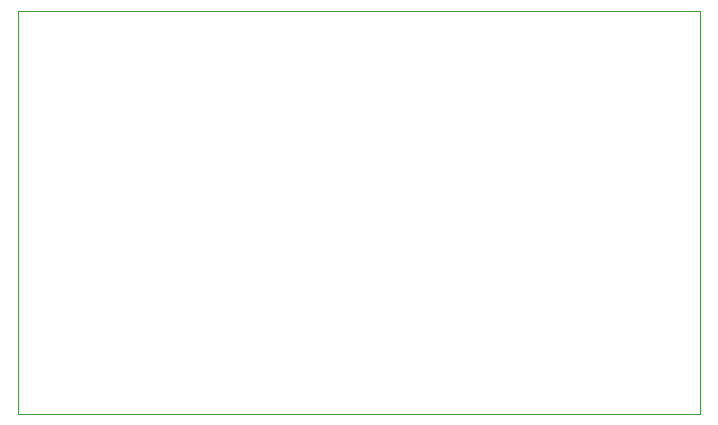
<source format=gbr>
%TF.GenerationSoftware,KiCad,Pcbnew,6.0.2+dfsg-1*%
%TF.CreationDate,2024-09-23T07:34:14+01:00*%
%TF.ProjectId,Circuit,43697263-7569-4742-9e6b-696361645f70,rev?*%
%TF.SameCoordinates,Original*%
%TF.FileFunction,Profile,NP*%
%FSLAX46Y46*%
G04 Gerber Fmt 4.6, Leading zero omitted, Abs format (unit mm)*
G04 Created by KiCad (PCBNEW 6.0.2+dfsg-1) date 2024-09-23 07:34:14*
%MOMM*%
%LPD*%
G01*
G04 APERTURE LIST*
%TA.AperFunction,Profile*%
%ADD10C,0.100000*%
%TD*%
G04 APERTURE END LIST*
D10*
X70485000Y-54927500D02*
X128270000Y-54927500D01*
X128270000Y-54927500D02*
X128270000Y-89090500D01*
X128270000Y-89090500D02*
X70485000Y-89090500D01*
X70485000Y-89090500D02*
X70485000Y-54927500D01*
M02*

</source>
